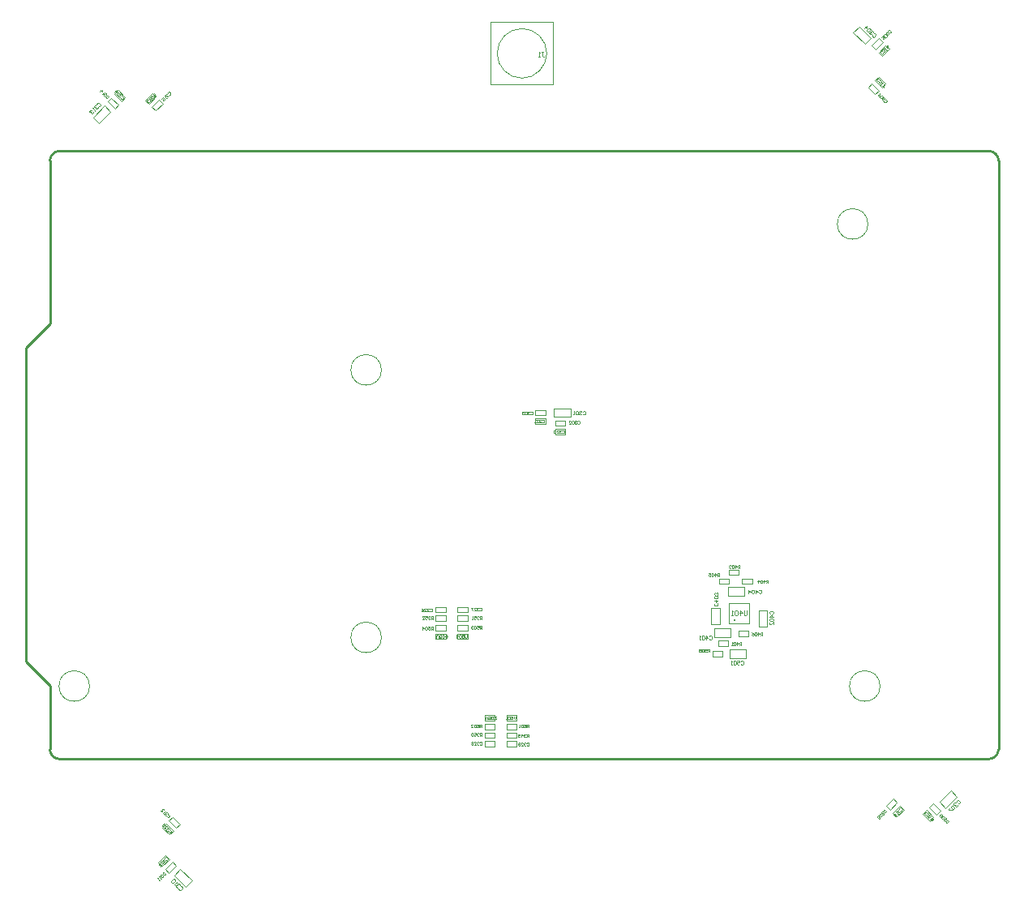
<source format=gbr>
G04*
G04 #@! TF.GenerationSoftware,Altium Limited,Altium Designer,25.0.2 (28)*
G04*
G04 Layer_Color=32896*
%FSLAX24Y24*%
%MOIN*%
G70*
G04*
G04 #@! TF.SameCoordinates,4B7BC283-7035-4C9F-97D5-5998C8FB6373*
G04*
G04*
G04 #@! TF.FilePolarity,Positive*
G04*
G01*
G75*
%ADD11C,0.0039*%
%ADD79C,0.0100*%
%ADD100C,0.0020*%
%ADD110C,0.0030*%
%ADD111C,0.0020*%
%ADD112C,0.0030*%
D11*
X48043Y32574D02*
G03*
X48043Y32574I-39J0D01*
G01*
X21484Y29872D02*
G03*
X21484Y29872I-630J0D01*
G01*
X53484Y48872D02*
G03*
X53484Y48872I-630J0D01*
G01*
X53984Y29872D02*
G03*
X53984Y29872I-630J0D01*
G01*
X33484Y42872D02*
G03*
X33484Y42872I-630J0D01*
G01*
Y31872D02*
G03*
X33484Y31872I-630J0D01*
G01*
X40539Y54606D02*
Y57165D01*
X37980Y57165D02*
X40539D01*
X37980Y54606D02*
Y57165D01*
Y54606D02*
X40539D01*
X35711Y32021D02*
X36124D01*
X35711Y31804D02*
X36124D01*
Y32021D01*
X35711Y31804D02*
Y32021D01*
X36616Y31804D02*
X37030D01*
X36616Y32021D02*
X37030D01*
X36616Y31804D02*
Y32021D01*
X37030Y31804D02*
Y32021D01*
X37719Y28666D02*
X38132D01*
X37719Y28450D02*
X38132D01*
Y28666D01*
X37719Y28450D02*
Y28666D01*
X38624Y28450D02*
X39037D01*
X38624Y28666D02*
X39037D01*
X38624Y28450D02*
Y28666D01*
X39037Y28450D02*
Y28666D01*
X23765Y53961D02*
X23919Y53808D01*
X24058Y54253D02*
X24211Y54100D01*
X23919Y53808D02*
X24211Y54100D01*
X23765Y53961D02*
X24058Y54253D01*
X22798Y53926D02*
X22951Y54079D01*
X22506Y54218D02*
X22659Y54371D01*
X22951Y54079D01*
X22506Y54218D02*
X22798Y53926D01*
X24766Y23768D02*
X24920Y23922D01*
X24474Y24061D02*
X24627Y24214D01*
X24920Y23922D01*
X24474Y24061D02*
X24766Y23768D01*
X24609Y22915D02*
X24762Y22762D01*
X24317Y22622D02*
X24470Y22469D01*
X24317Y22622D02*
X24609Y22915D01*
X24470Y22469D02*
X24762Y22762D01*
X40219Y40655D02*
Y40871D01*
X39805Y40655D02*
Y40871D01*
X40219D01*
X39805Y40655D02*
X40219D01*
X41045Y40222D02*
Y40438D01*
X40632Y40222D02*
Y40438D01*
X41045D01*
X40632Y40222D02*
X41045D01*
X54809Y24943D02*
X54962Y24790D01*
X54517Y24651D02*
X54670Y24498D01*
X54517Y24651D02*
X54809Y24943D01*
X54670Y24498D02*
X54962Y24790D01*
X55734Y24612D02*
X55887Y24765D01*
X56026Y24320D02*
X56179Y24473D01*
X55734Y24612D02*
X56026Y24320D01*
X55887Y24765D02*
X56179Y24473D01*
X53765Y54769D02*
X53919Y54923D01*
X54058Y54477D02*
X54211Y54630D01*
X53765Y54769D02*
X54058Y54477D01*
X53919Y54923D02*
X54211Y54630D01*
X53923Y55929D02*
X54076Y55776D01*
X54215Y56222D02*
X54368Y56069D01*
X54076Y55776D02*
X54368Y56069D01*
X53923Y55929D02*
X54215Y56222D01*
X47787Y31019D02*
X48457D01*
X47787Y31373D02*
X48457D01*
X47787Y31019D02*
Y31373D01*
X48457Y31019D02*
Y31373D01*
X38624Y27387D02*
X39037D01*
X38624Y27603D02*
X39037D01*
X38624Y27387D02*
Y27603D01*
X39037Y27387D02*
Y27603D01*
X41252Y40940D02*
Y41294D01*
X40583Y40940D02*
Y41294D01*
X41252D01*
X40583Y40940D02*
X41252D01*
X40632Y40576D02*
X41045D01*
X40632Y40792D02*
X41045D01*
X40632Y40576D02*
Y40792D01*
X41045Y40576D02*
Y40792D01*
X39805Y41009D02*
X40219D01*
X39805Y41225D02*
X40219D01*
X39805Y41009D02*
Y41225D01*
X40219Y41009D02*
Y41225D01*
X52878Y56740D02*
X53129Y56991D01*
X53352Y56267D02*
X53602Y56518D01*
X52878Y56740D02*
X53352Y56267D01*
X53129Y56991D02*
X53602Y56518D01*
X53647Y56205D02*
X53940Y56497D01*
X53800Y56052D02*
X54093Y56344D01*
X53940Y56497D02*
X54093Y56344D01*
X53647Y56205D02*
X53800Y56052D01*
X53643Y54647D02*
X53935Y54355D01*
X53490Y54494D02*
X53782Y54202D01*
X53935Y54355D01*
X53490Y54494D02*
X53643Y54647D01*
X54391Y24792D02*
X54683Y25084D01*
X54238Y24945D02*
X54530Y25238D01*
X54238Y24945D02*
X54391Y24792D01*
X54530Y25238D02*
X54683Y25084D01*
X56672Y24850D02*
X57145Y25323D01*
X56422Y25100D02*
X56895Y25574D01*
X56422Y25100D02*
X56672Y24850D01*
X56895Y25574D02*
X57145Y25323D01*
X24750Y24331D02*
X25042Y24039D01*
X24903Y24484D02*
X25195Y24192D01*
X24750Y24331D02*
X24903Y24484D01*
X25042Y24039D02*
X25195Y24192D01*
X24745Y22194D02*
X25038Y22486D01*
X24592Y22347D02*
X24885Y22639D01*
X24592Y22347D02*
X24745Y22194D01*
X24885Y22639D02*
X25038Y22486D01*
X24965Y22095D02*
X25438Y21621D01*
X25215Y22345D02*
X25689Y21872D01*
X24965Y22095D02*
X25215Y22345D01*
X25438Y21621D02*
X25689Y21872D01*
X24041Y53685D02*
X24333Y53978D01*
X24194Y53532D02*
X24486Y53825D01*
X24333Y53978D02*
X24486Y53825D01*
X24041Y53685D02*
X24194Y53532D01*
X22230Y53903D02*
X22522Y53611D01*
X22383Y54056D02*
X22675Y53764D01*
X22230Y53903D02*
X22383Y54056D01*
X22522Y53611D02*
X22675Y53764D01*
X21618Y53257D02*
X22092Y53730D01*
X21869Y53006D02*
X22342Y53479D01*
X22092Y53730D02*
X22342Y53479D01*
X21618Y53257D02*
X21869Y53006D01*
X47157Y31885D02*
Y32239D01*
X47827Y31885D02*
Y32239D01*
X47157Y31885D02*
X47827D01*
X47157Y32239D02*
X47827D01*
X48988Y32987D02*
X49343D01*
X48988Y32318D02*
X49343D01*
X48988D02*
Y32987D01*
X49343Y32318D02*
Y32987D01*
X47039Y32397D02*
X47394D01*
X47039Y33066D02*
X47394D01*
Y32397D02*
Y33066D01*
X47039Y32397D02*
Y33066D01*
X48406Y33578D02*
Y33932D01*
X47736Y33578D02*
Y33932D01*
X48406D01*
X47736Y33578D02*
X48406D01*
X47758Y34434D02*
X48171D01*
X47758Y34651D02*
X48171D01*
X47758Y34434D02*
Y34651D01*
X48171Y34434D02*
Y34651D01*
X48309Y34296D02*
X48722D01*
X48309Y34080D02*
X48722D01*
Y34296D01*
X48309Y34080D02*
Y34296D01*
X47325Y31737D02*
X47738D01*
X47325Y31521D02*
X47738D01*
Y31737D01*
X47325Y31521D02*
Y31737D01*
X47364Y34080D02*
X47778D01*
X47364Y34296D02*
X47778D01*
X47364Y34080D02*
Y34296D01*
X47778Y34080D02*
Y34296D01*
X48152Y32131D02*
X48565D01*
X48152Y31914D02*
X48565D01*
Y32131D01*
X48152Y31914D02*
Y32131D01*
X38624Y28312D02*
X39037D01*
X38624Y28096D02*
X39037D01*
Y28312D01*
X38624Y28096D02*
Y28312D01*
X37719Y28096D02*
X38132D01*
X37719Y28312D02*
X38132D01*
X37719Y28096D02*
Y28312D01*
X38132Y28096D02*
Y28312D01*
X36616Y32375D02*
X37030D01*
X36616Y32159D02*
X37030D01*
Y32375D01*
X36616Y32159D02*
Y32375D01*
X35711Y32159D02*
X36124D01*
X35711Y32375D02*
X36124D01*
X35711Y32159D02*
Y32375D01*
X36124Y32159D02*
Y32375D01*
X56163Y25041D02*
X56455Y24748D01*
X56010Y24888D02*
X56302Y24595D01*
X56455Y24748D01*
X56010Y24888D02*
X56163Y25041D01*
X35711Y33123D02*
X36124D01*
X35711Y32907D02*
X36124D01*
Y33123D01*
X35711Y32907D02*
Y33123D01*
X36616Y32907D02*
X37030D01*
X36616Y33123D02*
X37030D01*
X36616Y32907D02*
Y33123D01*
X37030Y32907D02*
Y33123D01*
X37719Y27603D02*
X38132D01*
X37719Y27387D02*
X38132D01*
Y27603D01*
X37719Y27387D02*
Y27603D01*
X39037Y27741D02*
Y27958D01*
X38624Y27741D02*
Y27958D01*
X39037D01*
X38624Y27741D02*
X39037D01*
X37719Y27741D02*
Y27958D01*
X38132Y27741D02*
Y27958D01*
X37719Y27741D02*
X38132D01*
X37719Y27958D02*
X38132D01*
X37030Y32552D02*
Y32769D01*
X36616Y32552D02*
Y32769D01*
X37030D01*
X36616Y32552D02*
X37030D01*
X35711Y32552D02*
Y32769D01*
X36124Y32552D02*
Y32769D01*
X35711Y32552D02*
X36124D01*
X35711Y32769D02*
X36124D01*
X47089Y31088D02*
X47502D01*
X47089Y31304D02*
X47502D01*
X47089Y31088D02*
Y31304D01*
X47502Y31088D02*
Y31304D01*
X40079Y55933D02*
X40144D01*
X40111D01*
Y55769D01*
X40144Y55736D01*
X40177D01*
X40210Y55769D01*
X40013Y55736D02*
X39947D01*
X39980D01*
Y55933D01*
X40013Y55900D01*
X48516Y32968D02*
Y32804D01*
X48483Y32771D01*
X48417D01*
X48385Y32804D01*
Y32968D01*
X48221Y32771D02*
Y32968D01*
X48319Y32869D01*
X48188D01*
X48122Y32935D02*
X48089Y32968D01*
X48024D01*
X47991Y32935D01*
Y32804D01*
X48024Y32771D01*
X48089D01*
X48122Y32804D01*
Y32935D01*
X47925Y32771D02*
X47860D01*
X47893D01*
Y32968D01*
X47925Y32935D01*
D79*
X58854Y51478D02*
G03*
X58454Y51868I-395J-5D01*
G01*
X20254D02*
G03*
X19854Y51468I0J-400D01*
G01*
X58454Y26868D02*
G03*
X58854Y27268I0J400D01*
G01*
X19854D02*
G03*
X20244Y26868I395J-5D01*
G01*
Y26868D02*
X58454Y26868D01*
X18854Y30868D02*
Y43768D01*
X19854Y44768D01*
Y51468D01*
Y27268D02*
Y29868D01*
X58854Y27268D02*
X58854Y51478D01*
X20254Y51868D02*
X58454D01*
X18854Y30868D02*
X19854Y29868D01*
D100*
X39260Y54866D02*
G03*
X40280Y55886I0J1020D01*
G01*
X38240D02*
G03*
X39260Y54866I1020J0D01*
G01*
Y56906D02*
G03*
X38240Y55886I0J-1020D01*
G01*
X40280D02*
G03*
X39260Y56906I-1020J0D01*
G01*
X47783Y33275D02*
X48610D01*
Y32448D02*
Y33275D01*
X47783Y32448D02*
Y33275D01*
Y32448D02*
X48610D01*
D110*
X48258Y30888D02*
X48283Y30913D01*
X48333D01*
X48358Y30888D01*
Y30788D01*
X48333Y30763D01*
X48283D01*
X48258Y30788D01*
X48108Y30913D02*
X48208D01*
Y30838D01*
X48158Y30863D01*
X48133D01*
X48108Y30838D01*
Y30788D01*
X48133Y30763D01*
X48183D01*
X48208Y30788D01*
X48058Y30888D02*
X48033Y30913D01*
X47983D01*
X47958Y30888D01*
Y30788D01*
X47983Y30763D01*
X48033D01*
X48058Y30788D01*
Y30888D01*
X47908Y30763D02*
X47858D01*
X47883D01*
Y30913D01*
X47908Y30888D01*
X41762Y41163D02*
X41787Y41188D01*
X41837D01*
X41862Y41163D01*
Y41063D01*
X41837Y41038D01*
X41787D01*
X41762Y41063D01*
X41712Y41163D02*
X41687Y41188D01*
X41637D01*
X41612Y41163D01*
Y41138D01*
X41637Y41113D01*
X41662D01*
X41637D01*
X41612Y41088D01*
Y41063D01*
X41637Y41038D01*
X41687D01*
X41712Y41063D01*
X41562Y41163D02*
X41537Y41188D01*
X41487D01*
X41462Y41163D01*
Y41063D01*
X41487Y41038D01*
X41537D01*
X41562Y41063D01*
Y41163D01*
X41412Y41038D02*
X41362D01*
X41387D01*
Y41188D01*
X41412Y41163D01*
X53728Y56705D02*
X53763D01*
X53798Y56669D01*
Y56634D01*
X53728Y56563D01*
X53692D01*
X53657Y56599D01*
Y56634D01*
X53692Y56740D02*
Y56775D01*
X53657Y56811D01*
X53622D01*
X53604Y56793D01*
Y56758D01*
X53622Y56740D01*
X53604Y56758D01*
X53569D01*
X53551Y56740D01*
Y56705D01*
X53586Y56669D01*
X53622D01*
X53586Y56846D02*
Y56881D01*
X53551Y56917D01*
X53516D01*
X53445Y56846D01*
Y56811D01*
X53480Y56775D01*
X53516D01*
X53586Y56846D01*
X53339Y56917D02*
X53445Y57023D01*
Y56917D01*
X53374Y56987D01*
X57121Y25101D02*
Y25136D01*
X57156Y25171D01*
X57192D01*
X57263Y25101D01*
Y25065D01*
X57227Y25030D01*
X57192D01*
X57086Y25065D02*
X57050D01*
X57015Y25030D01*
Y24995D01*
X57033Y24977D01*
X57068D01*
X57086Y24995D01*
X57068Y24977D01*
Y24942D01*
X57086Y24924D01*
X57121D01*
X57156Y24959D01*
Y24995D01*
X56980Y24959D02*
X56944D01*
X56909Y24924D01*
Y24889D01*
X56980Y24818D01*
X57015D01*
X57050Y24853D01*
Y24889D01*
X56980Y24959D01*
X56856Y24871D02*
X56785Y24800D01*
X56803Y24783D01*
X56944D01*
X56962Y24765D01*
X25220Y21630D02*
X25255D01*
X25291Y21594D01*
Y21559D01*
X25220Y21488D01*
X25185D01*
X25149Y21524D01*
Y21559D01*
X25185Y21665D02*
Y21700D01*
X25149Y21736D01*
X25114D01*
X25096Y21718D01*
Y21683D01*
X25114Y21665D01*
X25096Y21683D01*
X25061D01*
X25043Y21665D01*
Y21630D01*
X25079Y21594D01*
X25114D01*
X24990Y21683D02*
X24955Y21718D01*
X24973Y21700D01*
X25079Y21806D01*
Y21771D01*
X24990Y21859D02*
Y21895D01*
X24955Y21930D01*
X24920D01*
X24849Y21859D01*
Y21824D01*
X24884Y21789D01*
X24920D01*
X24990Y21859D01*
X21784Y53788D02*
Y53823D01*
X21819Y53859D01*
X21855D01*
X21925Y53788D01*
Y53753D01*
X21890Y53717D01*
X21855D01*
X21749Y53753D02*
X21713D01*
X21678Y53717D01*
Y53682D01*
X21696Y53664D01*
X21731D01*
X21749Y53682D01*
X21731Y53664D01*
Y53629D01*
X21749Y53611D01*
X21784D01*
X21819Y53647D01*
Y53682D01*
X21731Y53558D02*
X21696Y53523D01*
X21713Y53541D01*
X21607Y53647D01*
X21643D01*
X21554Y53558D02*
X21519D01*
X21484Y53523D01*
Y53488D01*
X21501Y53470D01*
X21537D01*
X21554Y53488D01*
X21537Y53470D01*
Y53435D01*
X21554Y53417D01*
X21590D01*
X21625Y53452D01*
Y53488D01*
X46959Y31911D02*
X46984Y31936D01*
X47034D01*
X47059Y31911D01*
Y31811D01*
X47034Y31786D01*
X46984D01*
X46959Y31811D01*
X46834Y31786D02*
Y31936D01*
X46909Y31861D01*
X46809D01*
X46759Y31911D02*
X46734Y31936D01*
X46684D01*
X46659Y31911D01*
Y31811D01*
X46684Y31786D01*
X46734D01*
X46759Y31811D01*
Y31911D01*
X46609Y31786D02*
X46559D01*
X46584D01*
Y31936D01*
X46609Y31911D01*
X49470Y32848D02*
X49445Y32873D01*
Y32923D01*
X49470Y32948D01*
X49570D01*
X49594Y32923D01*
Y32873D01*
X49570Y32848D01*
X49594Y32723D02*
X49445D01*
X49520Y32798D01*
Y32698D01*
X49470Y32648D02*
X49445Y32623D01*
Y32573D01*
X49470Y32548D01*
X49570D01*
X49594Y32573D01*
Y32623D01*
X49570Y32648D01*
X49470D01*
X49594Y32398D02*
Y32498D01*
X49495Y32398D01*
X49470D01*
X49445Y32423D01*
Y32473D01*
X49470Y32498D01*
X47286Y33270D02*
X47311Y33245D01*
Y33195D01*
X47286Y33170D01*
X47186D01*
X47161Y33195D01*
Y33245D01*
X47186Y33270D01*
X47161Y33395D02*
X47311D01*
X47236Y33320D01*
Y33420D01*
X47286Y33470D02*
X47311Y33495D01*
Y33545D01*
X47286Y33570D01*
X47186D01*
X47161Y33545D01*
Y33495D01*
X47186Y33470D01*
X47286D01*
Y33620D02*
X47311Y33645D01*
Y33695D01*
X47286Y33720D01*
X47261D01*
X47236Y33695D01*
Y33670D01*
Y33695D01*
X47211Y33720D01*
X47186D01*
X47161Y33695D01*
Y33645D01*
X47186Y33620D01*
X49006Y33801D02*
X49031Y33826D01*
X49081D01*
X49106Y33801D01*
Y33701D01*
X49081Y33676D01*
X49031D01*
X49006Y33701D01*
X48881Y33676D02*
Y33826D01*
X48956Y33751D01*
X48856D01*
X48806Y33801D02*
X48781Y33826D01*
X48731D01*
X48706Y33801D01*
Y33701D01*
X48731Y33676D01*
X48781D01*
X48806Y33701D01*
Y33801D01*
X48581Y33676D02*
Y33826D01*
X48656Y33751D01*
X48556D01*
D111*
X35747Y31853D02*
Y31932D01*
X35787Y31972D01*
X35827Y31932D01*
Y31853D01*
X35947D02*
X35867D01*
Y31912D01*
X35907Y31892D01*
X35927D01*
X35947Y31912D01*
Y31952D01*
X35927Y31972D01*
X35887D01*
X35867Y31952D01*
X35987Y31873D02*
X36007Y31853D01*
X36047D01*
X36067Y31873D01*
Y31952D01*
X36047Y31972D01*
X36007D01*
X35987Y31952D01*
Y31873D01*
X36167Y31972D02*
Y31853D01*
X36107Y31912D01*
X36187D01*
X36993Y31972D02*
Y31892D01*
X36953Y31852D01*
X36913Y31892D01*
Y31972D01*
X36793D02*
X36873D01*
Y31912D01*
X36833Y31932D01*
X36813D01*
X36793Y31912D01*
Y31872D01*
X36813Y31852D01*
X36853D01*
X36873Y31872D01*
X36753Y31952D02*
X36733Y31972D01*
X36693D01*
X36673Y31952D01*
Y31872D01*
X36693Y31852D01*
X36733D01*
X36753Y31872D01*
Y31952D01*
X36633D02*
X36613Y31972D01*
X36573D01*
X36553Y31952D01*
Y31932D01*
X36573Y31912D01*
X36593D01*
X36573D01*
X36553Y31892D01*
Y31872D01*
X36573Y31852D01*
X36613D01*
X36633Y31872D01*
X37755Y28498D02*
Y28578D01*
X37795Y28618D01*
X37835Y28578D01*
Y28498D01*
X37955D02*
X37875D01*
Y28558D01*
X37915Y28538D01*
X37935D01*
X37955Y28558D01*
Y28598D01*
X37935Y28618D01*
X37895D01*
X37875Y28598D01*
X37995Y28518D02*
X38015Y28498D01*
X38055D01*
X38075Y28518D01*
Y28598D01*
X38055Y28618D01*
X38015D01*
X37995Y28598D01*
Y28518D01*
X38195Y28618D02*
X38115D01*
X38195Y28538D01*
Y28518D01*
X38175Y28498D01*
X38135D01*
X38115Y28518D01*
X39001Y28618D02*
Y28538D01*
X38961Y28498D01*
X38921Y28538D01*
Y28618D01*
X38801D02*
X38881D01*
Y28558D01*
X38841Y28578D01*
X38821D01*
X38801Y28558D01*
Y28518D01*
X38821Y28498D01*
X38861D01*
X38881Y28518D01*
X38761Y28598D02*
X38741Y28618D01*
X38701D01*
X38681Y28598D01*
Y28518D01*
X38701Y28498D01*
X38741D01*
X38761Y28518D01*
Y28598D01*
X38641Y28498D02*
X38601D01*
X38621D01*
Y28618D01*
X38641Y28598D01*
X23953Y53939D02*
Y53910D01*
X23925Y53882D01*
X23896Y53882D01*
X23840Y53939D01*
Y53967D01*
X23868Y53995D01*
X23896Y53995D01*
X23981Y53967D02*
X24009Y53967D01*
X24038Y53995D01*
Y54023D01*
X24023Y54038D01*
X23995D01*
X23981Y54023D01*
X23995Y54038D01*
X23995Y54066D01*
X23981Y54080D01*
X23953D01*
X23925Y54052D01*
Y54023D01*
X24052Y54179D02*
X23995Y54122D01*
X24108D01*
X24122Y54108D01*
Y54080D01*
X24094Y54052D01*
X24066Y54052D01*
X24221Y54179D02*
X24165Y54122D01*
X24122Y54165D01*
X24165Y54179D01*
X24179Y54193D01*
Y54221D01*
X24151Y54250D01*
X24122Y54250D01*
X24094Y54221D01*
Y54193D01*
X22820Y54113D02*
X22849D01*
X22877Y54085D01*
X22877Y54057D01*
X22820Y54000D01*
X22792D01*
X22764Y54028D01*
X22764Y54057D01*
X22792Y54142D02*
X22792Y54170D01*
X22764Y54198D01*
X22735D01*
X22721Y54184D01*
Y54156D01*
X22735Y54142D01*
X22721Y54156D01*
X22693Y54156D01*
X22679Y54142D01*
Y54113D01*
X22707Y54085D01*
X22735D01*
X22580Y54212D02*
X22636Y54156D01*
Y54269D01*
X22651Y54283D01*
X22679D01*
X22707Y54255D01*
X22707Y54226D01*
X22509Y54283D02*
X22594Y54368D01*
Y54283D01*
X22538Y54339D01*
X24789Y23956D02*
X24817D01*
X24845Y23928D01*
X24845Y23899D01*
X24789Y23843D01*
X24760D01*
X24732Y23871D01*
X24732Y23899D01*
X24760Y23984D02*
X24760Y24012D01*
X24732Y24041D01*
X24704D01*
X24690Y24027D01*
Y23998D01*
X24704Y23984D01*
X24690Y23998D01*
X24662Y23998D01*
X24647Y23984D01*
Y23956D01*
X24676Y23928D01*
X24704D01*
X24548Y24055D02*
X24605Y23998D01*
Y24111D01*
X24619Y24125D01*
X24647D01*
X24676Y24097D01*
X24676Y24069D01*
X24591Y24154D02*
Y24182D01*
X24563Y24210D01*
X24534D01*
X24520Y24196D01*
Y24168D01*
X24534Y24154D01*
X24520Y24168D01*
X24492Y24168D01*
X24478Y24154D01*
X24478Y24125D01*
X24506Y24097D01*
X24534D01*
X24575Y22784D02*
Y22812D01*
X24603Y22840D01*
X24631Y22840D01*
X24688Y22784D01*
Y22756D01*
X24660Y22727D01*
X24631Y22727D01*
X24546Y22756D02*
X24518Y22756D01*
X24490Y22727D01*
Y22699D01*
X24504Y22685D01*
X24532D01*
X24546Y22699D01*
X24532Y22685D01*
X24532Y22657D01*
X24546Y22643D01*
X24575D01*
X24603Y22671D01*
Y22699D01*
X24476Y22544D02*
X24532Y22600D01*
X24419D01*
X24405Y22614D01*
Y22643D01*
X24433Y22671D01*
X24462Y22671D01*
X24391Y22459D02*
X24448Y22515D01*
X24334D01*
X24320Y22529D01*
Y22558D01*
X24349Y22586D01*
X24377D01*
X40102Y40803D02*
X40122Y40823D01*
X40162D01*
X40182Y40803D01*
Y40723D01*
X40162Y40703D01*
X40122D01*
X40102Y40723D01*
X40062Y40803D02*
X40042Y40823D01*
X40002D01*
X39982Y40803D01*
Y40783D01*
X40002Y40763D01*
X40022D01*
X40002D01*
X39982Y40743D01*
Y40723D01*
X40002Y40703D01*
X40042D01*
X40062Y40723D01*
X39862Y40703D02*
X39942D01*
X39862Y40783D01*
Y40803D01*
X39882Y40823D01*
X39922D01*
X39942Y40803D01*
X39822Y40703D02*
X39782D01*
X39802D01*
Y40823D01*
X39822Y40803D01*
X40929Y40370D02*
X40949Y40390D01*
X40989D01*
X41009Y40370D01*
Y40290D01*
X40989Y40270D01*
X40949D01*
X40929Y40290D01*
X40889Y40370D02*
X40869Y40390D01*
X40829D01*
X40809Y40370D01*
Y40350D01*
X40829Y40330D01*
X40849D01*
X40829D01*
X40809Y40310D01*
Y40290D01*
X40829Y40270D01*
X40869D01*
X40889Y40290D01*
X40689Y40270D02*
X40769D01*
X40689Y40350D01*
Y40370D01*
X40709Y40390D01*
X40749D01*
X40769Y40370D01*
X40649D02*
X40629Y40390D01*
X40589D01*
X40569Y40370D01*
Y40290D01*
X40589Y40270D01*
X40629D01*
X40649Y40290D01*
Y40370D01*
X54775Y24812D02*
Y24841D01*
X54803Y24869D01*
X54831Y24869D01*
X54888Y24812D01*
Y24784D01*
X54859Y24756D01*
X54831Y24756D01*
X54746Y24784D02*
X54718Y24784D01*
X54690Y24756D01*
Y24728D01*
X54704Y24713D01*
X54732D01*
X54746Y24728D01*
X54732Y24713D01*
X54732Y24685D01*
X54746Y24671D01*
X54775D01*
X54803Y24699D01*
Y24728D01*
X54732Y24629D02*
X54704Y24600D01*
X54718Y24614D01*
X54633Y24699D01*
X54662Y24699D01*
X54647Y24572D02*
Y24544D01*
X54619Y24515D01*
X54591D01*
X54534Y24572D01*
Y24600D01*
X54563Y24629D01*
X54591Y24629D01*
X54605Y24614D01*
Y24586D01*
X54563Y24544D01*
X55865Y24578D02*
X55837D01*
X55808Y24606D01*
X55808Y24634D01*
X55865Y24691D01*
X55893D01*
X55921Y24663D01*
X55921Y24634D01*
X55893Y24550D02*
X55893Y24521D01*
X55921Y24493D01*
X55950D01*
X55964Y24507D01*
Y24535D01*
X55950Y24550D01*
X55964Y24535D01*
X55992Y24535D01*
X56006Y24550D01*
Y24578D01*
X55978Y24606D01*
X55950D01*
X56049Y24535D02*
X56077Y24507D01*
X56063Y24521D01*
X55978Y24436D01*
X55978Y24465D01*
X56049Y24394D02*
X56049Y24366D01*
X56077Y24337D01*
X56105D01*
X56119Y24352D01*
Y24380D01*
X56148D01*
X56162Y24394D01*
Y24422D01*
X56133Y24451D01*
X56105D01*
X56091Y24436D01*
Y24408D01*
X56063D01*
X56049Y24394D01*
X56091Y24408D02*
X56119Y24380D01*
X53896Y54735D02*
X53868D01*
X53840Y54764D01*
X53840Y54792D01*
X53896Y54848D01*
X53925D01*
X53953Y54820D01*
X53953Y54792D01*
X53925Y54707D02*
X53925Y54679D01*
X53953Y54650D01*
X53981D01*
X53995Y54665D01*
Y54693D01*
X53981Y54707D01*
X53995Y54693D01*
X54024Y54693D01*
X54038Y54707D01*
Y54735D01*
X54009Y54764D01*
X53981D01*
X54080Y54693D02*
X54108Y54665D01*
X54094Y54679D01*
X54009Y54594D01*
X54009Y54622D01*
X54066Y54537D02*
X54122Y54481D01*
X54137Y54495D01*
Y54608D01*
X54151Y54622D01*
X54110Y55907D02*
Y55879D01*
X54082Y55851D01*
X54054Y55851D01*
X53997Y55907D01*
Y55935D01*
X54025Y55964D01*
X54054Y55964D01*
X54139Y55935D02*
X54167Y55935D01*
X54195Y55964D01*
Y55992D01*
X54181Y56006D01*
X54153D01*
X54139Y55992D01*
X54153Y56006D01*
X54153Y56034D01*
X54139Y56049D01*
X54110D01*
X54082Y56020D01*
Y55992D01*
X54153Y56091D02*
X54181Y56119D01*
X54167Y56105D01*
X54252Y56020D01*
X54223Y56020D01*
X54365Y56133D02*
X54322Y56119D01*
X54266D01*
X54238Y56148D01*
Y56176D01*
X54266Y56204D01*
X54294D01*
X54308Y56190D01*
Y56162D01*
X54266Y56119D01*
X39459Y27516D02*
X39479Y27536D01*
X39519D01*
X39539Y27516D01*
Y27436D01*
X39519Y27416D01*
X39479D01*
X39459Y27436D01*
X39419Y27516D02*
X39399Y27536D01*
X39359D01*
X39339Y27516D01*
Y27496D01*
X39359Y27476D01*
X39379D01*
X39359D01*
X39339Y27456D01*
Y27436D01*
X39359Y27416D01*
X39399D01*
X39419Y27436D01*
X39219Y27416D02*
X39299D01*
X39219Y27496D01*
Y27516D01*
X39239Y27536D01*
X39279D01*
X39299Y27516D01*
X39179Y27436D02*
X39159Y27416D01*
X39120D01*
X39100Y27436D01*
Y27516D01*
X39120Y27536D01*
X39159D01*
X39179Y27516D01*
Y27496D01*
X39159Y27476D01*
X39100D01*
X41546Y40745D02*
X41566Y40765D01*
X41606D01*
X41626Y40745D01*
Y40665D01*
X41606Y40645D01*
X41566D01*
X41546Y40665D01*
X41506Y40745D02*
X41486Y40765D01*
X41446D01*
X41426Y40745D01*
Y40725D01*
X41446Y40705D01*
X41466D01*
X41446D01*
X41426Y40685D01*
Y40665D01*
X41446Y40645D01*
X41486D01*
X41506Y40665D01*
X41386Y40745D02*
X41366Y40765D01*
X41326D01*
X41306Y40745D01*
Y40665D01*
X41326Y40645D01*
X41366D01*
X41386Y40665D01*
Y40745D01*
X41186Y40645D02*
X41266D01*
X41186Y40725D01*
Y40745D01*
X41206Y40765D01*
X41246D01*
X41266Y40745D01*
X39617Y41138D02*
X39637Y41158D01*
X39677D01*
X39697Y41138D01*
Y41058D01*
X39677Y41038D01*
X39637D01*
X39617Y41058D01*
X39577Y41138D02*
X39557Y41158D01*
X39517D01*
X39497Y41138D01*
Y41118D01*
X39517Y41098D01*
X39537D01*
X39517D01*
X39497Y41078D01*
Y41058D01*
X39517Y41038D01*
X39557D01*
X39577Y41058D01*
X39457Y41138D02*
X39437Y41158D01*
X39397D01*
X39377Y41138D01*
Y41058D01*
X39397Y41038D01*
X39437D01*
X39457Y41058D01*
Y41138D01*
X39337D02*
X39317Y41158D01*
X39277D01*
X39257Y41138D01*
Y41118D01*
X39277Y41098D01*
X39297D01*
X39277D01*
X39257Y41078D01*
Y41058D01*
X39277Y41038D01*
X39317D01*
X39337Y41058D01*
X54315Y56789D02*
Y56817D01*
X54344Y56845D01*
X54372Y56845D01*
X54429Y56789D01*
Y56761D01*
X54400Y56732D01*
X54372Y56732D01*
X54287Y56761D02*
X54259Y56761D01*
X54231Y56732D01*
Y56704D01*
X54245Y56690D01*
X54273D01*
X54287Y56704D01*
X54273Y56690D01*
X54273Y56662D01*
X54287Y56647D01*
X54315D01*
X54344Y56676D01*
Y56704D01*
X54202Y56676D02*
X54174Y56676D01*
X54146Y56647D01*
Y56619D01*
X54202Y56563D01*
X54231D01*
X54259Y56591D01*
Y56619D01*
X54202Y56676D01*
X54047Y56549D02*
X54103Y56605D01*
X54146Y56563D01*
X54103Y56549D01*
X54089Y56534D01*
Y56506D01*
X54117Y56478D01*
X54146Y56478D01*
X54174Y56506D01*
Y56534D01*
X54208Y53979D02*
X54236D01*
X54265Y53951D01*
X54265Y53922D01*
X54208Y53866D01*
X54180D01*
X54151Y53894D01*
X54151Y53922D01*
X54180Y54007D02*
X54180Y54036D01*
X54151Y54064D01*
X54123D01*
X54109Y54050D01*
Y54021D01*
X54123Y54007D01*
X54109Y54021D01*
X54081Y54021D01*
X54067Y54007D01*
Y53979D01*
X54095Y53951D01*
X54123D01*
X54095Y54092D02*
X54095Y54120D01*
X54067Y54149D01*
X54038D01*
X53982Y54092D01*
Y54064D01*
X54010Y54036D01*
X54038D01*
X54095Y54092D01*
X53968Y54248D02*
X53982Y54205D01*
Y54149D01*
X53954Y54120D01*
X53925D01*
X53897Y54149D01*
X53897Y54177D01*
X53911Y54191D01*
X53939Y54191D01*
X53982Y54149D01*
X54122Y24729D02*
Y24757D01*
X54150Y24786D01*
X54178Y24786D01*
X54235Y24729D01*
Y24701D01*
X54207Y24673D01*
X54178Y24673D01*
X54094Y24701D02*
X54065Y24701D01*
X54037Y24673D01*
Y24644D01*
X54051Y24630D01*
X54079D01*
X54094Y24644D01*
X54079Y24630D01*
X54079Y24602D01*
X54094Y24588D01*
X54122D01*
X54150Y24616D01*
Y24644D01*
X54009Y24616D02*
X53980Y24616D01*
X53952Y24588D01*
Y24560D01*
X54009Y24503D01*
X54037D01*
X54065Y24531D01*
Y24560D01*
X54009Y24616D01*
X53980Y24475D02*
Y24446D01*
X53952Y24418D01*
X53924Y24418D01*
X53867Y24475D01*
Y24503D01*
X53896Y24531D01*
X53924D01*
X53938Y24517D01*
X53938Y24489D01*
X53896Y24446D01*
X24713Y24586D02*
X24742D01*
X24770Y24557D01*
X24770Y24529D01*
X24713Y24472D01*
X24685D01*
X24657Y24501D01*
X24657Y24529D01*
X24685Y24614D02*
X24685Y24642D01*
X24657Y24670D01*
X24629D01*
X24614Y24656D01*
Y24628D01*
X24629Y24614D01*
X24614Y24628D01*
X24586Y24628D01*
X24572Y24614D01*
Y24586D01*
X24600Y24557D01*
X24629D01*
X24530Y24628D02*
X24501Y24656D01*
X24515Y24642D01*
X24600Y24727D01*
X24600Y24699D01*
X24402Y24755D02*
X24459Y24699D01*
Y24812D01*
X24473Y24826D01*
X24501D01*
X24530Y24798D01*
X24530Y24769D01*
X24487Y22154D02*
Y22182D01*
X24515Y22210D01*
X24543Y22210D01*
X24600Y22154D01*
Y22125D01*
X24571Y22097D01*
X24543Y22097D01*
X24458Y22125D02*
X24430Y22125D01*
X24402Y22097D01*
Y22069D01*
X24416Y22055D01*
X24444D01*
X24458Y22069D01*
X24444Y22055D01*
X24444Y22026D01*
X24458Y22012D01*
X24487D01*
X24515Y22041D01*
Y22069D01*
X24444Y21970D02*
X24416Y21942D01*
X24430Y21956D01*
X24345Y22041D01*
X24373Y22041D01*
Y21899D02*
X24345Y21871D01*
X24359Y21885D01*
X24274Y21970D01*
X24303Y21970D01*
X24701Y54243D02*
Y54271D01*
X24729Y54299D01*
X24758Y54299D01*
X24814Y54243D01*
Y54215D01*
X24786Y54186D01*
X24758Y54186D01*
X24673Y54215D02*
X24644Y54215D01*
X24616Y54186D01*
Y54158D01*
X24630Y54144D01*
X24659D01*
X24673Y54158D01*
X24659Y54144D01*
X24659Y54116D01*
X24673Y54102D01*
X24701D01*
X24729Y54130D01*
Y54158D01*
X24659Y54059D02*
X24630Y54031D01*
X24644Y54045D01*
X24560Y54130D01*
X24588Y54130D01*
X24447Y54017D02*
X24503Y54073D01*
X24545Y54031D01*
X24503Y54017D01*
X24489Y54003D01*
Y53974D01*
X24517Y53946D01*
X24545D01*
X24574Y53974D01*
Y54003D01*
X22209Y54155D02*
X22237D01*
X22265Y54126D01*
X22265Y54098D01*
X22209Y54042D01*
X22181D01*
X22152Y54070D01*
X22152Y54098D01*
X22181Y54183D02*
X22181Y54211D01*
X22152Y54240D01*
X22124D01*
X22110Y54225D01*
Y54197D01*
X22124Y54183D01*
X22110Y54197D01*
X22082Y54197D01*
X22067Y54183D01*
Y54155D01*
X22096Y54126D01*
X22124D01*
X22025Y54197D02*
X21997Y54225D01*
X22011Y54211D01*
X22096Y54296D01*
X22096Y54268D01*
X21912Y54310D02*
X21997Y54395D01*
Y54310D01*
X21940Y54367D01*
X48280Y31550D02*
Y31670D01*
X48220D01*
X48200Y31650D01*
Y31610D01*
X48220Y31590D01*
X48280D01*
X48240D02*
X48200Y31550D01*
X48100D02*
Y31670D01*
X48160Y31610D01*
X48080D01*
X48040Y31650D02*
X48020Y31670D01*
X47980D01*
X47960Y31650D01*
Y31570D01*
X47980Y31550D01*
X48020D01*
X48040Y31570D01*
Y31650D01*
X47920Y31550D02*
X47880D01*
X47900D01*
Y31670D01*
X47920Y31650D01*
X49146Y31944D02*
Y32064D01*
X49086D01*
X49066Y32044D01*
Y32004D01*
X49086Y31984D01*
X49146D01*
X49106D02*
X49066Y31944D01*
X48966D02*
Y32064D01*
X49026Y32004D01*
X48946D01*
X48906Y32044D02*
X48886Y32064D01*
X48846D01*
X48826Y32044D01*
Y31964D01*
X48846Y31944D01*
X48886D01*
X48906Y31964D01*
Y32044D01*
X48706Y32064D02*
X48746Y32044D01*
X48786Y32004D01*
Y31964D01*
X48766Y31944D01*
X48726D01*
X48706Y31964D01*
Y31984D01*
X48726Y32004D01*
X48786D01*
X39539Y28164D02*
Y28284D01*
X39479D01*
X39459Y28264D01*
Y28224D01*
X39479Y28204D01*
X39539D01*
X39499D02*
X39459Y28164D01*
X39339Y28284D02*
X39419D01*
Y28224D01*
X39379Y28244D01*
X39359D01*
X39339Y28224D01*
Y28184D01*
X39359Y28164D01*
X39399D01*
X39419Y28184D01*
X39299Y28264D02*
X39279Y28284D01*
X39239D01*
X39219Y28264D01*
Y28184D01*
X39239Y28164D01*
X39279D01*
X39299Y28184D01*
Y28264D01*
X39179Y28164D02*
X39139D01*
X39159D01*
Y28284D01*
X39179Y28264D01*
X37610Y28164D02*
Y28284D01*
X37550D01*
X37530Y28264D01*
Y28224D01*
X37550Y28204D01*
X37610D01*
X37570D02*
X37530Y28164D01*
X37410Y28284D02*
X37490D01*
Y28224D01*
X37450Y28244D01*
X37430D01*
X37410Y28224D01*
Y28184D01*
X37430Y28164D01*
X37470D01*
X37490Y28184D01*
X37370Y28264D02*
X37350Y28284D01*
X37310D01*
X37290Y28264D01*
Y28184D01*
X37310Y28164D01*
X37350D01*
X37370Y28184D01*
Y28264D01*
X37170Y28164D02*
X37250D01*
X37170Y28244D01*
Y28264D01*
X37190Y28284D01*
X37230D01*
X37250Y28264D01*
X37610Y32227D02*
Y32347D01*
X37550D01*
X37530Y32327D01*
Y32287D01*
X37550Y32267D01*
X37610D01*
X37570D02*
X37530Y32227D01*
X37410Y32347D02*
X37490D01*
Y32287D01*
X37450Y32307D01*
X37430D01*
X37410Y32287D01*
Y32247D01*
X37430Y32227D01*
X37470D01*
X37490Y32247D01*
X37370Y32327D02*
X37350Y32347D01*
X37310D01*
X37290Y32327D01*
Y32247D01*
X37310Y32227D01*
X37350D01*
X37370Y32247D01*
Y32327D01*
X37250D02*
X37230Y32347D01*
X37190D01*
X37170Y32327D01*
Y32307D01*
X37190Y32287D01*
X37210D01*
X37190D01*
X37170Y32267D01*
Y32247D01*
X37190Y32227D01*
X37230D01*
X37250Y32247D01*
X35602Y32188D02*
Y32308D01*
X35542D01*
X35522Y32288D01*
Y32248D01*
X35542Y32228D01*
X35602D01*
X35562D02*
X35522Y32188D01*
X35402Y32308D02*
X35482D01*
Y32248D01*
X35442Y32268D01*
X35422D01*
X35402Y32248D01*
Y32208D01*
X35422Y32188D01*
X35462D01*
X35482Y32208D01*
X35362Y32288D02*
X35342Y32308D01*
X35302D01*
X35282Y32288D01*
Y32208D01*
X35302Y32188D01*
X35342D01*
X35362Y32208D01*
Y32288D01*
X35182Y32188D02*
Y32308D01*
X35242Y32248D01*
X35163D01*
X56742Y24353D02*
X56770D01*
X56799Y24325D01*
X56799Y24297D01*
X56742Y24240D01*
X56714D01*
X56686Y24269D01*
X56686Y24297D01*
X56714Y24382D02*
X56714Y24410D01*
X56686Y24438D01*
X56657D01*
X56643Y24424D01*
Y24396D01*
X56657Y24382D01*
X56643Y24396D01*
X56615Y24396D01*
X56601Y24382D01*
Y24353D01*
X56629Y24325D01*
X56657D01*
X56629Y24466D02*
X56629Y24495D01*
X56601Y24523D01*
X56572D01*
X56516Y24466D01*
Y24438D01*
X56544Y24410D01*
X56572D01*
X56629Y24466D01*
X56544Y24551D02*
Y24580D01*
X56516Y24608D01*
X56488D01*
X56474Y24594D01*
Y24565D01*
X56445Y24565D01*
X56431Y24551D01*
X56431Y24523D01*
X56459Y24495D01*
X56488D01*
X56502Y24509D01*
Y24537D01*
X56530Y24537D01*
X56544Y24551D01*
X56502Y24537D02*
X56474Y24565D01*
X35483Y33036D02*
X35503Y33056D01*
X35543D01*
X35563Y33036D01*
Y32956D01*
X35543Y32936D01*
X35503D01*
X35483Y32956D01*
X35443Y33036D02*
X35423Y33056D01*
X35383D01*
X35363Y33036D01*
Y33016D01*
X35383Y32996D01*
X35403D01*
X35383D01*
X35363Y32976D01*
Y32956D01*
X35383Y32936D01*
X35423D01*
X35443Y32956D01*
X35243Y32936D02*
X35323D01*
X35243Y33016D01*
Y33036D01*
X35263Y33056D01*
X35303D01*
X35323Y33036D01*
X35123Y33056D02*
X35163Y33036D01*
X35203Y32996D01*
Y32956D01*
X35183Y32936D01*
X35143D01*
X35123Y32956D01*
Y32976D01*
X35143Y32996D01*
X35203D01*
X37530Y33075D02*
X37550Y33095D01*
X37590D01*
X37610Y33075D01*
Y32995D01*
X37590Y32975D01*
X37550D01*
X37530Y32995D01*
X37490Y33075D02*
X37470Y33095D01*
X37430D01*
X37410Y33075D01*
Y33055D01*
X37430Y33035D01*
X37450D01*
X37430D01*
X37410Y33015D01*
Y32995D01*
X37430Y32975D01*
X37470D01*
X37490Y32995D01*
X37290Y32975D02*
X37370D01*
X37290Y33055D01*
Y33075D01*
X37310Y33095D01*
X37350D01*
X37370Y33075D01*
X37250Y33095D02*
X37170D01*
Y33075D01*
X37250Y32995D01*
Y32975D01*
X37530Y27556D02*
X37550Y27576D01*
X37590D01*
X37610Y27556D01*
Y27476D01*
X37590Y27456D01*
X37550D01*
X37530Y27476D01*
X37490Y27556D02*
X37470Y27576D01*
X37430D01*
X37410Y27556D01*
Y27536D01*
X37430Y27516D01*
X37450D01*
X37430D01*
X37410Y27496D01*
Y27476D01*
X37430Y27456D01*
X37470D01*
X37490Y27476D01*
X37290Y27456D02*
X37370D01*
X37290Y27536D01*
Y27556D01*
X37310Y27576D01*
X37350D01*
X37370Y27556D01*
X37250D02*
X37230Y27576D01*
X37190D01*
X37170Y27556D01*
Y27536D01*
X37190Y27516D01*
X37170Y27496D01*
Y27476D01*
X37190Y27456D01*
X37230D01*
X37250Y27476D01*
Y27496D01*
X37230Y27516D01*
X37250Y27536D01*
Y27556D01*
X37230Y27516D02*
X37190D01*
X39539Y27771D02*
Y27891D01*
X39479D01*
X39459Y27871D01*
Y27831D01*
X39479Y27811D01*
X39539D01*
X39499D02*
X39459Y27771D01*
X39419Y27871D02*
X39399Y27891D01*
X39359D01*
X39339Y27871D01*
Y27851D01*
X39359Y27831D01*
X39379D01*
X39359D01*
X39339Y27811D01*
Y27791D01*
X39359Y27771D01*
X39399D01*
X39419Y27791D01*
X39239Y27771D02*
Y27891D01*
X39299Y27831D01*
X39219D01*
X39179Y27791D02*
X39159Y27771D01*
X39120D01*
X39100Y27791D01*
Y27871D01*
X39120Y27891D01*
X39159D01*
X39179Y27871D01*
Y27851D01*
X39159Y27831D01*
X39100D01*
X37610Y27810D02*
Y27930D01*
X37550D01*
X37530Y27910D01*
Y27870D01*
X37550Y27850D01*
X37610D01*
X37570D02*
X37530Y27810D01*
X37490Y27910D02*
X37470Y27930D01*
X37430D01*
X37410Y27910D01*
Y27890D01*
X37430Y27870D01*
X37450D01*
X37430D01*
X37410Y27850D01*
Y27830D01*
X37430Y27810D01*
X37470D01*
X37490Y27830D01*
X37290Y27930D02*
X37370D01*
Y27870D01*
X37330Y27890D01*
X37310D01*
X37290Y27870D01*
Y27830D01*
X37310Y27810D01*
X37350D01*
X37370Y27830D01*
X37250Y27910D02*
X37230Y27930D01*
X37190D01*
X37170Y27910D01*
Y27830D01*
X37190Y27810D01*
X37230D01*
X37250Y27830D01*
Y27910D01*
X37610Y32621D02*
Y32741D01*
X37550D01*
X37530Y32721D01*
Y32681D01*
X37550Y32661D01*
X37610D01*
X37570D02*
X37530Y32621D01*
X37490Y32721D02*
X37470Y32741D01*
X37430D01*
X37410Y32721D01*
Y32701D01*
X37430Y32681D01*
X37450D01*
X37430D01*
X37410Y32661D01*
Y32641D01*
X37430Y32621D01*
X37470D01*
X37490Y32641D01*
X37290Y32741D02*
X37370D01*
Y32681D01*
X37330Y32701D01*
X37310D01*
X37290Y32681D01*
Y32641D01*
X37310Y32621D01*
X37350D01*
X37370Y32641D01*
X37250Y32621D02*
X37210D01*
X37230D01*
Y32741D01*
X37250Y32721D01*
X35602Y32621D02*
Y32741D01*
X35542D01*
X35522Y32721D01*
Y32681D01*
X35542Y32661D01*
X35602D01*
X35562D02*
X35522Y32621D01*
X35482Y32721D02*
X35462Y32741D01*
X35422D01*
X35402Y32721D01*
Y32701D01*
X35422Y32681D01*
X35442D01*
X35422D01*
X35402Y32661D01*
Y32641D01*
X35422Y32621D01*
X35462D01*
X35482Y32641D01*
X35282Y32741D02*
X35362D01*
Y32681D01*
X35322Y32701D01*
X35302D01*
X35282Y32681D01*
Y32641D01*
X35302Y32621D01*
X35342D01*
X35362Y32641D01*
X35163Y32621D02*
X35242D01*
X35163Y32701D01*
Y32721D01*
X35182Y32741D01*
X35222D01*
X35242Y32721D01*
X46980Y31275D02*
Y31395D01*
X46920D01*
X46900Y31375D01*
Y31335D01*
X46920Y31315D01*
X46980D01*
X46940D02*
X46900Y31275D01*
X46780Y31395D02*
X46860D01*
Y31335D01*
X46820Y31355D01*
X46800D01*
X46780Y31335D01*
Y31295D01*
X46800Y31275D01*
X46840D01*
X46860Y31295D01*
X46740Y31375D02*
X46720Y31395D01*
X46680D01*
X46660Y31375D01*
Y31295D01*
X46680Y31275D01*
X46720D01*
X46740Y31295D01*
Y31375D01*
X46620D02*
X46600Y31395D01*
X46560D01*
X46540Y31375D01*
Y31355D01*
X46560Y31335D01*
X46540Y31315D01*
Y31295D01*
X46560Y31275D01*
X46600D01*
X46620Y31295D01*
Y31315D01*
X46600Y31335D01*
X46620Y31355D01*
Y31375D01*
X46600Y31335D02*
X46560D01*
D112*
X48213Y34719D02*
Y34839D01*
X48153D01*
X48133Y34819D01*
Y34779D01*
X48153Y34759D01*
X48213D01*
X48173D02*
X48133Y34719D01*
X48033D02*
Y34839D01*
X48093Y34779D01*
X48013D01*
X47973Y34819D02*
X47953Y34839D01*
X47913D01*
X47893Y34819D01*
Y34739D01*
X47913Y34719D01*
X47953D01*
X47973Y34739D01*
Y34819D01*
X47853D02*
X47833Y34839D01*
X47793D01*
X47773Y34819D01*
Y34799D01*
X47793Y34779D01*
X47813D01*
X47793D01*
X47773Y34759D01*
Y34739D01*
X47793Y34719D01*
X47833D01*
X47853Y34739D01*
X49382Y34109D02*
Y34229D01*
X49322D01*
X49302Y34209D01*
Y34169D01*
X49322Y34149D01*
X49382D01*
X49342D02*
X49302Y34109D01*
X49202D02*
Y34229D01*
X49262Y34169D01*
X49182D01*
X49142Y34209D02*
X49122Y34229D01*
X49082D01*
X49062Y34209D01*
Y34129D01*
X49082Y34109D01*
X49122D01*
X49142Y34129D01*
Y34209D01*
X48962Y34109D02*
Y34229D01*
X49022Y34169D01*
X48942D01*
X47374Y34385D02*
Y34505D01*
X47314D01*
X47294Y34485D01*
Y34445D01*
X47314Y34425D01*
X47374D01*
X47334D02*
X47294Y34385D01*
X47194D02*
Y34505D01*
X47254Y34445D01*
X47174D01*
X47134Y34485D02*
X47114Y34505D01*
X47074D01*
X47054Y34485D01*
Y34405D01*
X47074Y34385D01*
X47114D01*
X47134Y34405D01*
Y34485D01*
X46934Y34505D02*
X47014D01*
Y34445D01*
X46974Y34465D01*
X46954D01*
X46934Y34445D01*
Y34405D01*
X46954Y34385D01*
X46994D01*
X47014Y34405D01*
M02*

</source>
